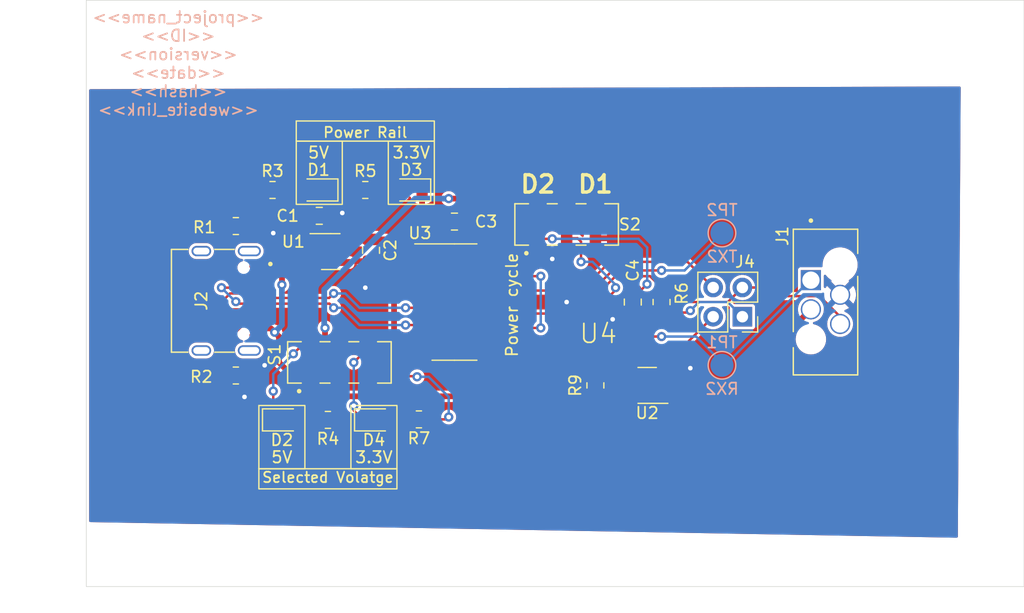
<source format=kicad_pcb>
(kicad_pcb (version 20211014) (generator pcbnew)
  (title_block (title "<<ID>>_<<project_name>>") (date "<<date>>") (rev "<<version>>") (comment 4 "<<hash>>"))
  (layers (0 "F.Cu" signal) (31 "B.Cu" signal) (34 "B.Paste" user) (35 "F.Paste" user) (36 "B.SilkS" user "B.Silkscreen") (37 "F.SilkS" user "F.Silkscreen") (38 "B.Mask" user) (39 "F.Mask" user) (44 "Edge.Cuts" user))
  (net 0 "")
  (net 3 "+3V3")
  (net 13 "VCC")
  (net 14 "TX")
  (net 15 "RX")
  (net 19 "Net-(D1-Pad2)")
  (net 20 "VDD")
  (net 21 "Net-(D2-Pad2)")
  (net 22 "Net-(D3-Pad2)")
  (net 23 "GND")
  (net 24 "VBUS")
  (net 25 "Net-(J2-PadA5)")
  (net 26 "D+")
  (net 27 "D-")
  (net 28 "Net-(J2-PadB5)")
  (net 29 "RX1")
  (net 30 "TX2")
  (net 31 "RX2")
  (net 32 "Net-(R9-Pad1)")
  (net 33 "Switch")
  (net 34 "TX1")
  (net 35 "Net-(D2-Pad1)")
  (net 36 "Net-(D4-Pad1)")
  (net 37 "Net-(D4-Pad2)")
  (footprint "Resistor_SMD:R_0805_2012Metric" (layer "F.Cu") (at 137.91 104.955 180)
    (fp_text reference "R7" (at 0 -1.65) (layer "F.SilkS"))
    (fp_text value "330")
    (fp_line (start -0.227064 0.735) (end 0.227064 0.735) (layer "F.SilkS") (width 0.12))
    (fp_line (start -0.227064 -0.735) (end 0.227064 -0.735) (layer "F.SilkS") (width 0.12))
    (pad "1" smd roundrect (at -0.9125 0 180) (size 1.025 1.4) (layers "F.Cu" "F.Paste" "F.Mask") (roundrect_rratio 0.243902) (net 3 "+3V3"))
    (pad "2" smd roundrect (at 0.9125 0 180) (size 1.025 1.4) (layers "F.Cu" "F.Paste" "F.Mask") (roundrect_rratio 0.243902) (net 37 "Net-(D4-Pad2)"))
  )
  (footprint "Capacitor_SMD:C_0805_2012Metric" (layer "F.Cu") (at 129.25 87.25)
    (fp_text reference "C1" (at -2.75 0) (layer "F.SilkS"))
    (fp_text value "1uF")
    (fp_line (start -0.261252 -0.735) (end 0.261252 -0.735) (layer "F.SilkS") (width 0.12))
    (fp_line (start -0.261252 0.735) (end 0.261252 0.735) (layer "F.SilkS") (width 0.12))
    (pad "1" smd roundrect (at -0.95 0) (size 1 1.45) (layers "F.Cu" "F.Paste" "F.Mask") (net 24 "VBUS"))
    (pad "2" smd roundrect (at 0.95 0) (size 1 1.45) (layers "F.Cu" "F.Paste" "F.Mask") (net 23 "GND"))
  )
  (footprint "Package_TO_SOT_SMD:SOT-23-5" (layer "F.Cu") (at 130.25 90.36)
    (fp_text reference "U1" (at -3.25 -0.86) (layer "F.SilkS"))
    (fp_text value "AP2112K-3.3")
    (fp_line (start 0 1.56) (end -0.8 1.56) (layer "F.SilkS") (width 0.12))
    (fp_line (start 0 1.56) (end 0.8 1.56) (layer "F.SilkS") (width 0.12))
    (fp_line (start 0 -1.56) (end 0.8 -1.56) (layer "F.SilkS") (width 0.12))
    (fp_line (start 0 -1.56) (end -1.8 -1.56) (layer "F.SilkS") (width 0.12))
    (pad "1" smd roundrect (at -1.1375 -0.95) (size 1.325 0.6) (layers "F.Cu" "F.Paste" "F.Mask") (net 24 "VBUS"))
    (pad "2" smd roundrect (at -1.1375 0) (size 1.325 0.6) (layers "F.Cu" "F.Paste" "F.Mask") (net 23 "GND"))
    (pad "3" smd roundrect (at -1.1375 0.95) (size 1.325 0.6) (layers "F.Cu" "F.Paste" "F.Mask") (net 24 "VBUS"))
    (pad "4" smd roundrect (at 1.1375 0.95) (size 1.325 0.6) (layers "F.Cu" "F.Paste" "F.Mask"))
    (pad "5" smd roundrect (at 1.1375 -0.95) (size 1.325 0.6) (layers "F.Cu" "F.Paste" "F.Mask") (net 3 "+3V3"))
  )
  (footprint "Connector_PinHeader_2.54mm:PinHeader_2x02_P2.54mm_Vertical" (layer "F.Cu") (at 166.025 96.025 180)
    (fp_text reference "J4" (at -0.225 4.775) (layer "F.SilkS"))
    (fp_text value "Conn_02x02_Counter_Clockwise")
    (fp_line (start 1.27 -1.33) (end 3.87 -1.33) (layer "F.SilkS") (width 0.12))
    (fp_line (start -1.33 0) (end -1.33 -1.33) (layer "F.SilkS") (width 0.12))
    (fp_line (start -1.33 -1.33) (end 0 -1.33) (layer "F.SilkS") (width 0.12))
    (fp_line (start -1.33 1.27) (end -1.33 3.87) (layer "F.SilkS") (width 0.12))
    (fp_line (start -1.33 3.87) (end 3.87 3.87) (layer "F.SilkS") (width 0.12))
    (fp_line (start -1.33 1.27) (end 1.27 1.27) (layer "F.SilkS") (width 0.12))
    (fp_line (start 1.27 1.27) (end 1.27 -1.33) (layer "F.SilkS") (width 0.12))
    (fp_line (start 3.87 -1.33) (end 3.87 3.87) (layer "F.SilkS") (width 0.12))
    (pad "1" thru_hole rect (at 0 0 180) (size 1.7 1.7) (drill 1) (layers *.Cu *.Mask) (net 29 "RX1"))
    (pad "2" thru_hole oval (at 2.54 0 180) (size 1.7 1.7) (drill 1) (layers *.Cu *.Mask) (net 15 "RX"))
    (pad "3" thru_hole oval (at 0 2.54 180) (size 1.7 1.7) (drill 1) (layers *.Cu *.Mask) (net 34 "TX1"))
    (pad "4" thru_hole oval (at 2.54 2.54 180) (size 1.7 1.7) (drill 1) (layers *.Cu *.Mask) (net 14 "TX"))
  )
  (footprint "LED_SMD:LED_0805_2012Metric" (layer "F.Cu") (at 134 105)
    (fp_text reference "D4" (at 0 1.75) (layer "F.SilkS"))
    (fp_text value "3.3V" (at 0 3.25) (layer "F.SilkS"))
    (fp_line (start 1 -0.96) (end -1.685 -0.96) (layer "F.SilkS") (width 0.12))
    (fp_line (start -1.685 -0.96) (end -1.685 0.96) (layer "F.SilkS") (width 0.12))
    (fp_line (start -1.685 0.96) (end 1 0.96) (layer "F.SilkS") (width 0.12))
    (pad "1" smd roundrect (at -0.9375 0) (size 0.975 1.4) (layers "F.Cu" "F.Paste" "F.Mask") (net 36 "Net-(D4-Pad1)"))
    (pad "2" smd roundrect (at 0.9375 0) (size 0.975 1.4) (layers "F.Cu" "F.Paste" "F.Mask") (net 37 "Net-(D4-Pad2)"))
  )
  (footprint "Snapeda:490107670412_WURTH_490107670412" (layer "F.Cu") (at 173.25 94.75 90)
    (fp_text reference "J1" (at 5.75 -3.75 90) (layer "F.SilkS"))
    (fp_text value "490107670412")
    (fp_line (start 2.23 2.8) (end -6.335 2.8) (layer "F.SilkS") (width 0.127))
    (fp_line (start -2.57 -2.8) (end 6.335 -2.8) (layer "F.SilkS") (width 0.127))
    (fp_line (start 6.335 -2.8) (end 6.335 2.8) (layer "F.SilkS") (width 0.127))
    (fp_line (start 6.335 2.8) (end 4.23 2.8) (layer "F.SilkS") (width 0.127))
    (fp_line (start -6.335 -2.8) (end -3.97 -2.8) (layer "F.SilkS") (width 0.127))
    (fp_line (start -6.335 2.8) (end -6.335 -2.8) (layer "F.SilkS") (width 0.127))
    (fp_circle (center 7.085 -1.27) (end 7.185 -1.27) (layer "F.SilkS") (width 0.2) (fill none))
    (pad "" np_thru_hole circle (at 3.235 1.27 90) (size 2.55 2.55) (drill 2.55) (layers *.Cu *.Mask))
    (pad "" np_thru_hole circle (at -3.235 -1.27 90) (size 2.15 2.15) (drill 2.15) (layers *.Cu *.Mask))
    (pad "1" thru_hole rect (at 1.905 -1.27 90) (size 1.75 1.75) (drill 1.5) (layers *.Cu *.Mask) (net 31 "RX2"))
    (pad "2" thru_hole circle (at 0.635 1.27 90) (size 1.75 1.75) (drill 1.5) (layers *.Cu *.Mask) (net 23 "GND"))
    (pad "3" thru_hole circle (at -0.635 -1.27 90) (size 1.75 1.75) (drill 1.5) (layers *.Cu *.Mask) (net 13 "VCC"))
    (pad "4" thru_hole circle (at -1.905 1.27 90) (size 1.75 1.75) (drill 1.5) (layers *.Cu *.Mask) (net 34 "TX1"))
  )
  (footprint "Resistor_SMD:R_0805_2012Metric" (layer "F.Cu") (at 133.25 85)
    (fp_text reference "R5" (at 0 -1.65) (layer "F.SilkS"))
    (fp_text value "330")
    (fp_line (start -0.227064 0.735) (end 0.227064 0.735) (layer "F.SilkS") (width 0.12))
    (fp_line (start -0.227064 -0.735) (end 0.227064 -0.735) (layer "F.SilkS") (width 0.12))
    (pad "1" smd roundrect (at -0.9125 0) (size 1.025 1.4) (layers "F.Cu" "F.Paste" "F.Mask") (roundrect_rratio 0.243902) (net 3 "+3V3"))
    (pad "2" smd roundrect (at 0.9125 0) (size 1.025 1.4) (layers "F.Cu" "F.Paste" "F.Mask") (roundrect_rratio 0.243902) (net 22 "Net-(D3-Pad2)"))
  )
  (footprint "Capacitor_SMD:C_0805_2012Metric" (layer "F.Cu") (at 133.75 90.25 -90)
    (fp_text reference "C2" (at 0 -1.68 90) (layer "F.SilkS"))
    (fp_text value "1uF")
    (fp_line (start -0.261252 0.735) (end 0.261252 0.735) (layer "F.SilkS") (width 0.12))
    (fp_line (start -0.261252 -0.735) (end 0.261252 -0.735) (layer "F.SilkS") (width 0.12))
    (pad "1" smd roundrect (at -0.95 0 270) (size 1 1.45) (layers "F.Cu" "F.Paste" "F.Mask") (net 3 "+3V3"))
    (pad "2" smd roundrect (at 0.95 0 270) (size 1 1.45) (layers "F.Cu" "F.Paste" "F.Mask") (net 23 "GND"))
  )
  (footprint "Snapeda:SW_JS202011JCQN" (layer "F.Cu") (at 150.75 88 90)
    (fp_text reference "S2" (at 0 5.5 180) (layer "F.SilkS"))
    (fp_text value "JS202011JCQN")
    (fp_line (start 1.8 -1.68) (end 1.8 -0.82) (layer "F.SilkS") (width 0.127))
    (fp_line (start 1.8 0.82) (end 1.8 1.68) (layer "F.SilkS") (width 0.127))
    (fp_line (start -1.8 -4.5) (end 1.8 -4.5) (layer "F.SilkS") (width 0.127))
    (fp_line (start -1.8 4.5) (end -1.8 3.32) (layer "F.SilkS") (width 0.127))
    (fp_line (start -1.8 -3.32) (end -1.8 -4.5) (layer "F.SilkS") (width 0.127))
    (fp_line (start -1.8 -0.82) (end -1.8 -1.68) (layer "F.SilkS") (width 0.127))
    (fp_line (start 1.8 3.32) (end 1.8 4.5) (layer "F.SilkS") (width 0.127))
    (fp_line (start -1.8 1.68) (end -1.8 0.82) (layer "F.SilkS") (width 0.127))
    (fp_line (start 1.8 4.5) (end -1.8 4.5) (layer "F.SilkS") (width 0.127))
    (fp_line (start 1.8 -4.5) (end 1.8 -3.32) (layer "F.SilkS") (width 0.127))
    (fp_circle (center -2.5 -3.5) (end -2.4 -3.5) (layer "F.SilkS") (width 0.2) (fill none))
    (pad "1" smd rect (at -1.2 -2.5 90) (size 1.6 1) (layers "F.Cu" "F.Paste" "F.Mask") (net 3 "+3V3"))
    (pad "2" smd rect (at -1.2 0 90) (size 1.6 1) (layers "F.Cu" "F.Paste" "F.Mask") (net 33 "Switch"))
    (pad "3" smd rect (at -1.2 2.5 90) (size 1.6 1) (layers "F.Cu" "F.Paste" "F.Mask") (net 23 "GND"))
    (pad "5" smd rect (at 1.2 -2.5 90) (size 1.6 1) (layers "F.Cu" "F.Paste" "F.Mask"))
    (pad "6" smd rect (at 1.2 0 90) (size 1.6 1) (layers "F.Cu" "F.Paste" "F.Mask"))
    (pad "7" smd rect (at 1.2 2.5 90) (size 1.6 1) (layers "F.Cu" "F.Paste" "F.Mask"))
  )
  (footprint "Resistor_SMD:R_0805_2012Metric" (layer "F.Cu") (at 122 101.14)
    (fp_text reference "R2" (at -3 0.11) (layer "F.SilkS"))
    (fp_text value "5.1k")
    (fp_line (start -0.227064 -0.735) (end 0.227064 -0.735) (layer "F.SilkS") (width 0.12))
    (fp_line (start -0.227064 0.735) (end 0.227064 0.735) (layer "F.SilkS") (width 0.12))
    (pad "1" smd roundrect (at -0.9125 0) (size 1.025 1.4) (layers "F.Cu" "F.Paste" "F.Mask") (roundrect_rratio 0.243902) (net 28 "Net-(J2-PadB5)"))
    (pad "2" smd roundrect (at 0.9125 0) (size 1.025 1.4) (layers "F.Cu" "F.Paste" "F.Mask") (roundrect_rratio 0.243902) (net 23 "GND"))
  )
  (footprint "Snapeda:TYPE-C-31-M-12_HRO_TYPE-C-31-M-12" (layer "F.Cu") (at 119 94.64 -90)
    (fp_text reference "J2" (at 0 0 90) (layer "F.SilkS"))
    (fp_text value "TYPE-C-31-M-12")
    (fp_line (start -4.47 2.6) (end -4.47 1.17) (layer "F.SilkS") (width 0.127))
    (fp_line (start -4.47 2.6) (end 4.47 2.6) (layer "F.SilkS") (width 0.127))
    (fp_line (start -4.47 -2.85) (end -4.47 -1.17) (layer "F.SilkS") (width 0.127))
    (fp_line (start 4.47 2.6) (end 4.47 1.17) (layer "F.SilkS") (width 0.127))
    (fp_line (start 4.47 -2.85) (end 4.47 -1.17) (layer "F.SilkS") (width 0.127))
    (fp_circle (center -3.2 -6) (end -3.1 -6) (layer "F.SilkS") (width 0.2) (fill none))
    (pad "" np_thru_hole circle (at 2.89 -3.68 270) (size 0.6 0.6) (drill 0.6) (layers *.Cu *.Mask))
    (pad "" np_thru_hole circle (at -2.89 -3.68 270) (size 0.6 0.6) (drill 0.6) (layers *.Cu *.Mask))
    (pad "A1_B12" smd rect (at -3.2 -4.75 270) (size 0.6 1.14) (layers "F.Cu" "F.Paste") (net 23 "GND"))
    (pad "A4_B9" smd rect (at -2.4 -4.75 270) (size 0.6 1.14) (layers "F.Cu" "F.Paste") (net 24 "VBUS"))
    (pad "A5" smd rect (at -1.25 -4.75 270) (size 0.3 1.14) (layers "F.Cu" "F.Paste") (net 25 "Net-(J2-PadA5)"))
    (pad "A6" smd rect (at -0.25 -4.75 270) (size 0.3 1.14) (layers "F.Cu" "F.Paste") (net 26 "D+"))
    (pad "A7" smd rect (at 0.25 -4.75 270) (size 0.3 1.14) (layers "F.Cu" "F.Paste") (net 27 "D-"))
    (pad "A8" smd rect (at 1.25 -4.75 270) (size 0.3 1.14) (layers "F.Cu" "F.Paste"))
    (pad "B1_A12" smd rect (at 3.2 -4.75 270) (size 0.6 1.14) (layers "F.Cu" "F.Paste") (net 23 "GND"))
    (pad "B4_A9" smd rect (at 2.4 -4.75 270) (size 0.6 1.14) (layers "F.Cu" "F.Paste") (net 24 "VBUS"))
    (pad "B5" smd rect (at 1.75 -4.75 270) (size 0.3 1.14) (layers "F.Cu" "F.Paste") (net 28 "Net-(J2-PadB5)"))
    (pad "B6" smd rect (at 0.75 -4.75 270) (size 0.3 1.14) (layers "F.Cu" "F.Paste") (net 26 "D+"))
    (pad "B7" smd rect (at -0.75 -4.75 270) (size 0.3 1.14) (layers "F.Cu" "F.Paste") (net 27 "D-"))
    (pad "B8" smd rect (at -1.75 -4.75 270) (size 0.3 1.14) (layers "F.Cu" "F.Paste"))
    (pad "S1" thru_hole oval (at -4.325 -4.17 270) (size 0.9 2) (drill oval 0.6 1.7) (layers *.Cu *.Mask))
    (pad "S2" thru_hole oval (at 4.325 -4.17 270) (size 0.9 2) (drill oval 0.6 1.7) (layers *.Cu *.Mask))
    (pad "S3" thru_hole oval (at -4.325 0 270) (size 0.9 1.7) (drill oval 0.6 1.4) (layers *.Cu *.Mask))
    (pad "S4" thru_hole oval (at 4.325 0 270) (size 0.9 1.7) (drill oval 0.6 1.4) (layers *.Cu *.Mask))
  )
  (footprint "Button_Switch_SMD_custom:RKB2" (layer "F.Cu") (at 148.5 94.75 90)
    (fp_text reference "SW3" hide)
    (fp_text value "Power cycle" (at -0.25 -2.5 90 unlocked) (layer "F.SilkS"))
    (pad "1" smd rect (at 2.25 -1.075 90) (size 1 0.7) (layers "F.Cu" "F.Paste" "F.Mask") (net 32 "Net-(R9-Pad1)"))
    (pad "1" smd rect (at -2.25 -1.075 90) (size 1 0.7) (layers "F.Cu" "F.Paste" "F.Mask") (net 32 "Net-(R9-Pad1)"))
    (pad "2" smd rect (at -2.25 1.075 90) (size 1 0.7) (layers "F.Cu" "F.Paste" "F.Mask") (net 23 "GND"))
    (pad "2" smd rect (at 2.25 1.075 90) (size 1 0.7) (layers "F.Cu" "F.Paste" "F.Mask") (net 23 "GND"))
  )
  (footprint "Capacitor_SMD:C_0805_2012Metric" (layer "F.Cu") (at 156.5 94.75 -90)
    (fp_text reference "C4" (at -2.75 0 90) (layer "F.SilkS"))
    (fp_text value "0.1uF")
    (fp_line (start -0.261252 0.735) (end 0.261252 0.735) (layer "F.SilkS") (width 0.12))
    (fp_line (start -0.261252 -0.735) (end 0.261252 -0.735) (layer "F.SilkS") (width 0.12))
    (pad "1" smd roundrect (at -0.95 0 270) (size 1 1.45) (layers "F.Cu" "F.Paste" "F.Mask") (net 3 "+3V3"))
    (pad "2" smd roundrect (at 0.95 0 270) (size 1 1.45) (layers "F.Cu" "F.Paste" "F.Mask") (net 23 "GND"))
  )
  (footprint "Package_SO:SOIC-16_3.9x9.9mm_P1.27mm" (layer "F.Cu") (at 141 94.75)
    (fp_text reference "U3" (at -3 -6) (layer "F.SilkS"))
    (fp_text value "CH340C")
    (fp_line (start 0 5.06) (end 1.95 5.06) (layer "F.SilkS") (width 0.12))
    (fp_line (start 0 -5.06) (end -3.45 -5.06) (layer "F.SilkS") (width 0.12))
    (fp_line (start 0 5.06) (end -1.95 5.06) (layer "F.SilkS") (width 0.12))
    (fp_line (start 0 -5.06) (end 1.95 -5.06) (layer "F.SilkS") (width 0.12))
    (pad "1" smd roundrect (at -2.475 -4.445) (size 1.95 0.6) (layers "F.Cu" "F.Paste" "F.Mask") (net 23 "GND"))
    (pad "2" smd roundrect (at -2.475 -3.175) (size 1.95 0.6) (layers "F.Cu" "F.Paste" "F.Mask") (net 14 "TX"))
    (pad "3" smd roundrect (at -2.475 -1.905) (size 1.95 0.6) (layers "F.Cu" "F.Paste" "F.Mask") (net 15 "RX"))
    (pad "4" smd roundrect (at -2.475 -0.635) (size 1.95 0.6) (layers "F.Cu" "F.Paste" "F.Mask") (net 3 "+3V3"))
    (pad "5" smd roundrect (at -2.475 0.635) (size 1.95 0.6) (layers "F.Cu" "F.Paste" "F.Mask") (net 26 "D+"))
    (pad "6" smd roundrect (at -2.475 1.905) (size 1.95 0.6) (layers "F.Cu" "F.Paste" "F.Mask") (net 27 "D-"))
    (pad "7" smd roundrect (at -2.475 3.175) (size 1.95 0.6) (layers "F.Cu" "F.Paste" "F.Mask"))
    (pad "8" smd roundrect (at -2.475 4.445) (size 1.95 0.6) (layers "F.Cu" "F.Paste" "F.Mask"))
    (pad "9" smd roundrect (at 2.475 4.445) (size 1.95 0.6) (layers "F.Cu" "F.Paste" "F.Mask"))
    (pad "10" smd roundrect (at 2.475 3.175) (size 1.95 0.6) (layers "F.Cu" "F.Paste" "F.Mask"))
    (pad "11" smd roundrect (at 2.475 1.905) (size 1.95 0.6) (layers "F.Cu" "F.Paste" "F.Mask"))
    (pad "12" smd roundrect (at 2.475 0.635) (size 1.95 0.6) (layers "F.Cu" "F.Paste" "F.Mask"))
    (pad "13" smd roundrect (at 2.475 -0.635) (size 1.95 0.6) (layers "F.Cu" "F.Paste" "F.Mask"))
    (pad "14" smd roundrect (at 2.475 -1.905) (size 1.95 0.6) (layers "F.Cu" "F.Paste" "F.Mask"))
    (pad "15" smd roundrect (at 2.475 -3.175) (size 1.95 0.6) (layers "F.Cu" "F.Paste" "F.Mask"))
    (pad "16" smd roundrect (at 2.475 -4.445) (size 1.95 0.6) (layers "F.Cu" "F.Paste" "F.Mask") (net 20 "VDD"))
  )
  (footprint "Resistor_SMD:R_0805_2012Metric" (layer "F.Cu") (at 125.1875 85)
    (fp_text reference "R3" (at 0 -1.65) (layer "F.SilkS"))
    (fp_text value "330")
    (fp_line (start -0.227064 -0.735) (end 0.227064 -0.735) (layer "F.SilkS") (width 0.12))
    (fp_line (start -0.227064 0.735) (end 0.227064 0.735) (layer "F.SilkS") (width 0.12))
    (pad "1" smd roundrect (at -0.9125 0) (size 1.025 1.4) (layers "F.Cu" "F.Paste" "F.Mask") (roundrect_rratio 0.243902) (net 24 "VBUS"))
    (pad "2" smd roundrect (at 0.9125 0) (size 1.025 1.4) (layers "F.Cu" "F.Paste" "F.Mask") (roundrect_rratio 0.243902) (net 19 "Net-(D1-Pad2)"))
  )
  (footprint "LED_SMD:LED_0805_2012Metric" (layer "F.Cu") (at 129.1875 85 180)
    (fp_text reference "D1" (at 0 1.75) (layer "F.SilkS"))
    (fp_text value "5V" (at 0 3.25) (layer "F.SilkS"))
    (fp_line (start 1 -0.96) (end -1.685 -0.96) (layer "F.SilkS") (width 0.12))
    (fp_line (start -1.685 0.96) (end 1 0.96) (layer "F.SilkS") (width 0.12))
    (fp_line (start -1.685 -0.96) (end -1.685 0.96) (layer "F.SilkS") (width 0.12))
    (pad "1" smd roundrect (at -0.9375 0 180) (size 0.975 1.4) (layers "F.Cu" "F.Paste" "F.Mask") (net 23 "GND"))
    (pad "2" smd roundrect (at 0.9375 0 180) (size 0.975 1.4) (layers "F.Cu" "F.Paste" "F.Mask") (net 19 "Net-(D1-Pad2)"))
  )
  (footprint "Resistor_SMD:R_0805_2012Metric" (layer "F.Cu") (at 159 94.75 90)
    (fp_text reference "R6" (at 0.75 1.75 90) (layer "F.SilkS"))
    (fp_text value "1k")
    (fp_line (start -0.227064 0.735) (end 0.227064 0.735) (layer "F.SilkS") (width 0.12))
    (fp_line (start -0.227064 -0.735) (end 0.227064 -0.735) (layer "F.SilkS") (width 0.12))
    (pad "1" smd roundrect (at -0.9125 0 90) (size 1.025 1.4) (layers "F.Cu" "F.Paste" "F.Mask") (roundrect_rratio 0.243902) (net 29 "RX1"))
    (pad "2" smd roundrect (at 0.9125 0 90) (size 1.025 1.4) (layers "F.Cu" "F.Paste" "F.Mask") (roundrect_rratio 0.243902) (net 34 "TX1"))
  )
  (footprint "Package_TO_SOT_SMD:SOT-23-5" (layer "F.Cu") (at 157.75 102 180)
    (fp_text reference "U2" (at 0 -2.4) (layer "F.SilkS"))
    (fp_text value "TCK107AF,LF")
    (fp_line (start 0 -1.56) (end -1.8 -1.56) (layer "F.SilkS") (width 0.12))
    (fp_line (start 0 1.56) (end 0.8 1.56) (layer "F.SilkS") (width 0.12))
    (fp_line (start 0 1.56) (end -0.8 1.56) (layer "F.SilkS") (width 0.12))
    (fp_line (start 0 -1.56) (end 0.8 -1.56) (layer "F.SilkS") (width 0.12))
    (pad "1" smd roundrect (at -1.1375 -0.95 180) (size 1.325 0.6) (layers "F.Cu" "F.Paste" "F.Mask") (net 13 "VCC"))
    (pad "2" smd roundrect (at -1.1375 0 180) (size 1.325 0.6) (layers "F.Cu" "F.Paste" "F.Mask") (net 23 "GND"))
    (pad "3" smd roundrect (at -1.1375 0.95 180) (size 1.325 0.6) (layers "F.Cu" "F.Paste" "F.Mask") (net 32 "Net-(R9-Pad1)"))
    (pad "4" smd roundrect (at 1.1375 0.95 180) (size 1.325 0.6) (layers "F.Cu" "F.Paste" "F.Mask"))
    (pad "5" smd roundrect (at 1.1375 -0.95 180) (size 1.325 0.6) (layers "F.Cu" "F.Paste" "F.Mask") (net 20 "VDD"))
  )
  (footprint "Capacitor_SMD:C_0805_2012Metric" (layer "F.Cu") (at 141 87.75 180)
    (fp_text reference "C3" (at -2.75 0) (layer "F.SilkS"))
    (fp_text value "0.1uF")
    (fp_line (start -0.261252 -0.735) (end 0.261252 -0.735) (layer "F.SilkS") (width 0.12))
    (fp_line (start -0.261252 0.735) (end 0.261252 0.735) (layer "F.SilkS") (width 0.12))
    (pad "1" smd roundrect (at -0.95 0 180) (size 1 1.45) (layers "F.Cu" "F.Paste" "F.Mask") (net 20 "VDD"))
    (pad "2" smd roundrect (at 0.95 0 180) (size 1 1.45) (layers "F.Cu" "F.Paste" "F.Mask") (net 23 "GND"))
  )
  (footprint "Resistor_SMD:R_0805_2012Metric" (layer "F.Cu") (at 130 105 180)
    (fp_text reference "R4" (at 0 -1.65) (layer "F.SilkS"))
    (fp_text value "330")
    (fp_line (start -0.227064 -0.735) (end 0.227064 -0.735) (layer "F.SilkS") (width 0.12))
    (fp_line (start -0.227064 0.735) (end 0.227064 0.735) (layer "F.SilkS") (width 0.12))
    (pad "1" smd roundrect (at -0.9125 0 180) (size 1.025 1.4) (layers "F.Cu" "F.Paste" "F.Mask") (roundrect_rratio 0.243902) (net 24 "VBUS"))
    (pad "2" smd roundrect (at 0.9125 0 180) (size 1.025 1.4) (layers "F.Cu" "F.Paste" "F.Mask") (roundrect_rratio 0.243902) (net 21 "Net-(D2-Pad2)"))
  )
  (footprint "Resistor_SMD:R_0805_2012Metric" (layer "F.Cu") (at 153.25 102 -90)
    (fp_text reference "R9" (at 0 1.75 90) (layer "F.SilkS"))
    (fp_text value "5.1k")
    (fp_line (start -0.227064 0.735) (end 0.227064 0.735) (layer "F.SilkS") (width 0.12))
    (fp_line (start -0.227064 -0.735) (end 0.227064 -0.735) (layer "F.SilkS") (width 0.12))
    (pad "1" smd roundrect (at -0.9125 0 270) (size 1.025 1.4) (layers "F.Cu" "F.Paste" "F.Mask") (roundrect_rratio 0.243902) (net 32 "Net-(R9-Pad1)"))
    (pad "2" smd roundrect (at 0.9125 0 270) (size 1.025 1.4) (layers "F.Cu" "F.Paste" "F.Mask") (roundrect_rratio 0.243902) (net 20 "VDD"))
  )
  (footprint "Snapeda:TS3USB30RSWR_QFN40P140X180X55-10N" (layer "F.Cu") (at 153.5 94.75 -90)
    (fp_text reference "U4" (at 2.75 0 180) (layer "F.SilkS") (effects (font (size 1.646055 1.646055))))
    (fp_text value "TS3USB30RSWR")
    (pad "1" smd rect (at -0.6604 -0.2032 180) (size 0.254 0.762) (layers "F.Cu" "F.Paste" "F.Mask") (net 34 "TX1"))
    (pad "2" smd rect (at -0.6604 0.2032 180) (size 0.254 0.762) (layers "F.Cu" "F.Paste" "F.Mask") (net 30 "TX2"))
    (pad "3" smd rect (at -0.4064 0.8636 90) (size 0.254 0.762) (layers "F.Cu" "F.Paste" "F.Mask") (net 14 "TX"))
    (pad "4" smd rect (at 0 0.8636 90) (size 0.254 0.762) (layers "F.Cu" "F.Paste" "F.Mask") (net 23 "GND"))
    (pad "5" smd rect (at 0.4064 0.8636 90) (size 0.254 0.762) (layers "F.Cu" "F.Paste" "F.Mask") (net 15 "RX"))
    (pad "6" smd rect (at 0.6604 0.2032 180) (size 0.254 0.762) (layers "F.Cu" "F.Paste" "F.Mask") (net 31 "RX2"))
    (pad "7" smd rect (at 0.6604 -0.2032 180) (size 0.254 0.762) (layers "F.Cu" "F.Paste" "F.Mask") (net 29 "RX1"))
    (pad "8" smd rect (at 0.4064 -0.8636 90) (size 0.254 0.762) (layers "F.Cu" "F.Paste" "F.Mask") (net 23 "GND"))
    (pad "9" smd rect (at 0 -0.8636 90) (size 0.254 0.762) (layers "F.Cu" "F.Paste" "F.Mask") (net 3 "+3V3"))
    (pad "10" smd rect (at -0.4064 -0.8636 90) (size 0.254 0.762) (layers "F.Cu" "F.Paste" "F.Mask") (net 33 "Switch"))
  )
  (footprint "LED_SMD:LED_0805_2012Metric" (layer "F.Cu") (at 126 105)
    (fp_text reference "D2" (at 0 1.75) (layer "F.SilkS"))
    (fp_text value "5V" (at 0 3.25) (layer "F.SilkS"))
    (fp_line (start -1.685 -0.96) (end -1.685 0.96) (layer "F.SilkS") (width 0.12))
    (fp_line (start -1.685 0.96) (end 1 0.96) (layer "F.SilkS") (width 0.12))
    (fp_line (start 1 -0.96) (end -1.685 -0.96) (layer "F.SilkS") (width 0.12))
    (pad "1" smd roundrect (at -0.9375 0) (size 0.975 1.4) (layers "F.Cu" "F.Paste" "F.Mask") (net 35 "Net-(D2-Pad1)"))
    (pad "2" smd roundrect (at 0.9375 0) (size 0.975 1.4) (layers "F.Cu" "F.Paste" "F.Mask") (net 21 "Net-(D2-Pad2)"))
  )
  (footprint "LED_SMD:LED_0805_2012Metric" (layer "F.Cu") (at 137.25 85 180)
    (fp_text reference "D3" (at 0 1.75) (layer "F.SilkS"))
    (fp_text value "3.3V" (at 0 3.25) (layer "F.SilkS"))
    (fp_line (start 1 -0.96) (end -1.685 -0.96) (layer "F.SilkS") (width 0.12))
    (fp_line (start -1.685 -0.96) (end -1.685 0.96) (layer "F.SilkS") (width 0.12))
    (fp_line (start -1.685 0.96) (end 1 0.96) (layer "F.SilkS") (width 0.12))
    (pad "1" smd roundrect (at -0.9375 0 180) (size 0.975 1.4) (layers "F.Cu" "F.Paste" "F.Mask") (net 23 "GND"))
    (pad "2" smd roundrect (at 0.9375 0 180) (size 0.975 1.4) (layers "F.Cu" "F.Paste" "F.Mask") (net 22 "Net-(D3-Pad2)"))
  )
  (footprint "Resistor_SMD:R_0805_2012Metric" (layer "F.Cu") (at 122 88.14 180)
    (fp_text reference "R1" (at 2.75 -0.11) (layer "F.SilkS"))
    (fp_text value "5.1k")
    (fp_line (start -0.227064 -0.735) (end 0.227064 -0.735) (layer "F.SilkS") (width 0.12))
    (fp_line (start -0.227064 0.735) (end 0.227064 0.735) (layer "F.SilkS") (width 0.12))
    (pad "1" smd roundrect (at -0.9125 0 180) (size 1.025 1.4) (layers "F.Cu" "F.Paste" "F.Mask") (roundrect_rratio 0.243902) (net 23 "GND"))
    (pad "2" smd roundrect (at 0.9125 0 180) (size 1.025 1.4) (layers "F.Cu" "F.Paste" "F.Mask") (roundrect_rratio 0.243902) (net 25 "Net-(J2-PadA5)"))
  )
  (footprint "Snapeda:SW_JS202011JCQN" (layer "F.Cu") (at 131 100 90)
    (fp_text reference "S1" (at 0.675 -5.635 90) (layer "F.SilkS"))
    (fp_text value "JS202011JCQN")
    (fp_line (start -1.8 1.68) (end -1.8 0.82) (layer "F.SilkS") (width 0.127))
    (fp_line (start 1.8 -1.68) (end 1.8 -0.82) (layer "F.SilkS") (width 0.127))
    (fp_line (start 1.8 3.32) (end 1.8 4.5) (layer "F.SilkS") (width 0.127))
    (fp_line (start -1.8 -3.32) (end -1.8 -4.5) (layer "F.SilkS") (width 0.127))
    (fp_line (start 1.8 -4.5) (end 1.8 -3.32) (layer "F.SilkS") (width 0.127))
    (fp_line (start 1.8 4.5) (end -1.8 4.5) (layer "F.SilkS") (width 0.127))
    (fp_line (start -1.8 -0.82) (end -1.8 -1.68) (layer "F.SilkS") (width 0.127))
    (fp_line (start 1.8 0.82) (end 1.8 1.68) (layer "F.SilkS") (width 0.127))
    (fp_line (start -1.8 -4.5) (end 1.8 -4.5) (layer "F.SilkS") (width 0.127))
    (fp_line (start -1.8 4.5) (end -1.8 3.32) (layer "F.SilkS") (width 0.127))
    (fp_circle (center -2.5 -3.5) (end -2.4 -3.5) (layer "F.SilkS") (width 0.2) (fill none))
    (pad "1" smd rect (at -1.2 -2.5 90) (size 1.6 1) (layers "F.Cu" "F.Paste" "F.Mask") (net 24 "VBUS"))
    (pad "2" smd rect (at -1.2 0 90) (size 1.6 1) (layers "F.Cu" "F.Paste" "F.Mask") (net 20 "VDD"))
    (pad "3" smd rect (at -1.2 2.5 90) (size 1.6 1) (layers "F.Cu" "F.Paste" "F.Mask") (net 3 "+3V3"))
    (pad "5" smd rect (at 1.2 -2.5 90) (size 1.6 1) (layers "F.Cu" "F.Paste" "F.Mask") (net 35 "Net-(D2-Pad1)"))
    (pad "6" smd rect (at 1.2 0 90) (size 1.6 1) (layers "F.Cu" "F.Paste" "F.Mask") (net 23 "GND"))
    (pad "7" smd rect (at 1.2 2.5 90) (size 1.6 1) (layers "F.Cu" "F.Paste" "F.Mask") (net 36 "Net-(D4-Pad1)"))
  )
  (footprint "TestPoint:TestPoint_Pad_D2.0mm" (layer "B.Cu") (at 164.25 88.75 180)
    (fp_text reference "TP2" (at 0 1.998) (layer "B.SilkS") (effects (justify mirror)))
    (fp_text value "TX2" (at 0 -2.05) (layer "B.SilkS") (effects (justify mirror)))
    (fp_circle (center 0 0) (end 0 -1.2) (layer "B.SilkS") (width 0.12) (fill none))
    (pad "1" smd circle (at 0 0 180) (size 2 2) (layers "B.Cu" "B.Mask") (net 30 "TX2"))
  )
  (footprint "TestPoint:TestPoint_Pad_D2.0mm" (layer "B.Cu") (at 164.25 100.25 180)
    (fp_text reference "TP1" (at 0 1.998) (layer "B.SilkS") (effects (justify mirror)))
    (fp_text value "RX2" (at 0 -2.05) (layer "B.SilkS") (effects (justify mirror)))
    (fp_circle (center 0 0) (end 0 -1.2) (layer "B.SilkS") (width 0.12) (fill none))
    (pad "1" smd circle (at 0 0 180) (size 2 2) (layers "B.Cu" "B.Mask") (net 31 "RX2"))
  )
  (gr_rect (start 135.25 80.75) (end 139.25 86.25) (layer "F.SilkS") (width 0.12) (fill none))
  (gr_rect (start 132 103.75) (end 136 109.25) (layer "F.SilkS") (width 0.12) (fill none))
  (gr_rect (start 124 103.75) (end 128 109.25) (layer "F.SilkS") (width 0.12) (fill none))
  (gr_rect (start 127.25 79) (end 139.25 80.75) (layer "F.SilkS") (width 0.12) (fill none))
  (gr_rect (start 127.25 80.75) (end 131.25 86.25) (layer "F.SilkS") (width 0.12) (fill none))
  (gr_rect (start 124 109.25) (end 136 111) (layer "F.SilkS") (width 0.12) (fill none))
  (gr_rect (start 109 68.5) (end 190.5 119.5) (layer "Edge.Cuts") (width 0.05) (fill none))
  (gr_text "<<project_name>>\n<<ID>>\n<<version>>\n<<date>>\n<<hash>>\n<<website_link>>" (at 117 74) (layer "B.SilkS") (effects (font (size 1 1)) (justify mirror)))
  (gr_text "Power Rail" (at 133.25 80) (layer "F.SilkS") (effects (font (size 0.9 0.9))))
  (gr_text "Selected Volatge" (at 130 110) (layer "F.SilkS") (effects (font (size 0.9 0.9))))
  (gr_text "D2" (at 148.25 84.5) (layer "F.SilkS") (effects (font (size 1.5 1.5) (thickness 0.3))))
  (gr_text "D1" (at 153.25 84.5) (layer "F.SilkS") (effects (font (size 1.5 1.5) (thickness 0.3))))
  (segment (start 131.3875 89.41) (end 133.64 89.41) (width 0.5) (layer "F.Cu") (net 3))
  (segment (start 135.75 91) (end 135.75 93.75) (width 0.5) (layer "F.Cu") (net 3))
  (segment (start 137.75 101.25) (end 137.7 101.2) (width 0.21) (layer "F.Cu") (net 3))
  (segment (start 135.865 94.115) (end 135.75 94) (width 0.21) (layer "F.Cu") (net 3))
  (segment (start 138.525 94.115) (end 135.865 94.115) (width 0.21) (layer "F.Cu") (net 3))
  (segment (start 157.1245 93.8) (end 157.735306 93.189194) (width 0.21) (layer "F.Cu") (net 3))
  (segment (start 148.25 89.2) (end 148.25 90.5) (width 0.21) (layer "F.Cu") (net 3))
  (segment (start 138.8225 104.955) (end 140.295 104.955) (width 0.21) (layer "F.Cu") (net 3))
  (segment (start 155.55 94.75) (end 156.5 93.8) (width 0.21) (layer "F.Cu") (net 3))
  (segment (start 133.5 101.2) (end 134.55 101.2) (width 0.5) (layer "F.Cu") (net 3))
  (segment (start 140.295 104.955) (end 140.5 104.75) (width 0.21) (layer "F.Cu") (net 3))
  (segment (start 154.3636 94.75) (end 155.55 94.75) (width 0.21) (layer "F.Cu") (net 3))
  (segment (start 134.55 101.2) (end 135.75 100) (width 0.5) (layer "F.Cu") (net 3))
  (segment (start 148.3 89.25) (end 148.25 89.2) (width 0.21) (layer "F.Cu") (net 3))
  (segment (start 135.75 100) (end 135.75 94) (width 0.5) (layer "F.Cu") (net 3))
  (segment (start 149.5 89.25) (end 148.3 89.25) (width 0.21) (layer "F.Cu") (net 3))
  (segment (start 131.3875 88.6125) (end 131.3875 89.41) (width 0.5) (layer "F.Cu") (net 3))
  (segment (start 132.3375 87.6625) (end 131.3875 88.6125) (width 0.5) (layer "F.Cu") (net 3))
  (segment (start 133.64 89.41) (end 133.75 89.3) (width 0.5) (layer "F.Cu") (net 3))
  (segment (start 148.25 90.5) (end 147.75 91) (width 0.21) (layer "F.Cu") (net 3))
  (segment (start 135.05 89.3) (end 135.75 90) (width 0.5) (layer "F.Cu") (net 3))
  (segment (start 133.75 89.3) (end 135.05 89.3) (width 0.5) (layer "F.Cu") (net 3))
  (segment (start 147.75 91) (end 135.75 91) (width 0.21) (layer "F.Cu") (net 3))
  (segment (start 156.5 93.8) (end 157.1245 93.8) (width 0.21) (layer "F.Cu") (net 3))
  (segment (start 132.3375 85) (end 132.3375 87.6625) (width 0.5) (layer "F.Cu") (net 3))
  (segment (start 135.75 90) (end 135.75 91) (width 0.5) (layer "F.Cu") (net 3))
  (segment (start 137.7 101.2) (end 133.5 101.2) (width 0.21) (layer "F.Cu") (net 3))
  (segment (start 135.75 94) (end 135.75 93.75) (width 0.5) (layer "F.Cu") (net 3))
  (via (at 137.75 101.25) (size 0.8) (drill 0.4) (layers "F.Cu" "B.Cu") (net 3))
  (via (at 149.5 89.25) (size 0.8) (drill 0.4) (layers "F.Cu" "B.Cu") (net 3))
  (via (at 140.5 104.75) (size 0.8) (drill 0.4) (layers "F.Cu" "B.Cu") (net 3))
  (via (at 157.735306 93.189194) (size 0.8) (drill 0.4) (layers "F.Cu" "B.Cu") (net 3))
  (segment (start 157.735306 93.189194) (end 157.75 93.1745) (width 0.21) (layer "B.Cu") (net 3))
  (segment (start 138.75 101.25) (end 137.75 101.25) (width 0.21) (layer "B.Cu") (net 3))
  (segment (start 140.5 103) (end 138.75 101.25) (width 0.21) (layer "B.Cu") (net 3))
  (segment (start 157.75 93.1745) (end 157.75 90) (width 0.21) (layer "B.Cu") (net 3))
  (segment (start 140.5 104.75) (end 140.5 103) (width 0.21) (layer "B.Cu") (net 3))
  (segment (start 157 89.25) (end 149.5 89.25) (width 0.21) (layer "B.Cu") (net 3))
  (segment (start 157.75 90) (end 157 89.25) (width 0.21) (layer "B.Cu") (net 3))
  (segment (start 169.75 97.615) (end 171.98 95.385) (width 0.5) (layer "F.Cu") (net 13))
  (segment (start 167.8 102.95) (end 169.75 101) (width 0.5) (layer "F.Cu") (net 13))
  (segment (start 158.8875 102.95) (end 167.8 102.95) (width 0.5) (layer "F.Cu") (net 13))
  (segment (start 169.75 101) (end 169.75 97.615) (width 0.5) (layer "F.Cu") (net 13))
  (segment (start 152.0428 93.75) (end 152.6364 94.3436) (width 0.21) (layer "F.Cu") (net 14))
  (segment (start 140.575 91.575) (end 141.25 92.25) (width 0.21) (layer "F.Cu") (net 14))
  (segment (start 138.525 91.575) (end 140.575 91.575) (width 0.21) (layer "F.Cu") (net 14))
  (segment (start 161.25 91.25) (end 163.485 93.485) (width 0.21) (layer "F.Cu") (net 14))
  (segment (start 146.5 93.75) (end 152.0428 93.75) (width 0.21) (layer "F.Cu") (net 14))
  (segment (start 145 92.25) (end 146.5 93.75) (width 0.21) (layer "F.Cu") (net 14))
  (segment (start 152.0428 93.75) (end 152.0428 93.7072) (width 0.21) (layer "F.Cu") (net 14))
  (segment (start 152.0428 93.7072) (end 154.5 91.25) (width 0.21) (layer "F.Cu") (net 14))
  (segment (start 141.25 92.25) (end 145 92.25) (width 0.21) (layer "F.Cu") (net 14))
  (segment (start 154.5 91.25) (end 161.25 91.25) (width 0.21) (layer "F.Cu") (net 14))
  (segment (start 152.0428 95.75) (end 152.0428 95.7928) (width 0.21) (layer "F.Cu") (net 15))
  (segment (start 152.0428 95.7928) (end 155 98.75) (width 0.21) (layer "F.Cu") (net 15))
  (segment (start 160.76 98.75) (end 163.485 96.025) (width 0.21) (layer "F.Cu") (net 15))
  (segment (start 141.81 94.81) (end 144.81 94.81) (width 0.21) (layer "F.Cu") (net 15))
  (segment (start 144.81 94.81) (end 145.75 95.75) (width 0.21) (layer "F.Cu") (net 15))
  (segment (start 145.75 95.75) (end 152.0428 95.75) (width 0.21) (layer "F.Cu") (net 15))
  (segment (start 138.525 92.845) (end 139.845 92.845) (width 0.21) (layer "F.Cu") (net 15))
  (segment (start 152.0428 95.75) (end 152.6364 95.1564) (width 0.21) (layer "F.Cu") (net 15))
  (segment (start 139.845 92.845) (end 141.81 94.81) (width 0.21) (layer "F.Cu") (net 15))
  (segment (start 155 98.75) (end 160.76 98.75) (width 0.21) (layer "F.Cu") (net 15))
  (segment (start 128.25 85) (end 126.1 85) (width 0.21) (layer "F.Cu") (net 19))
  (segment (start 142 87.7) (end 141.95 87.75) (width 0.5) (layer "F.Cu") (net 20))
  (segment (start 131.45 102.95) (end 131.125 102.625) (width 0.5) (layer "F.Cu") (net 20))
  (segment (start 156.6125 102.95) (end 131.45 102.95) (width 0.5) (layer "F.Cu") (net 20))
  (segment (start 129.75 100.5) (end 129.75 97) (width 0.5) (layer "F.Cu") (net 20))
  (segment (start 143.055 90.305) (end 143.475 90.305) (width 0.5) (layer "F.Cu") (net 20))
  (segment (start 142 86.5) (end 142 87.7) (width 0.5) (layer "F.Cu") (net 20))
  (segment (start 131 101.2) (end 131 102.5) (width 0.5) (layer "F.Cu") (net 20))
  (segment (start 131 101.2) (end 130.45 101.2) (width 0.5) (layer "F.Cu") (net 20))
  (segment (start 141.95 87.75) (end 141.95 89.2) (width 0.5) (layer "F.Cu") (net 20))
  (segment (start 130.45 101.2) (end 129.75 100.5) (width 0.5) (layer "F.Cu") (net 20))
  (segment (start 141.95 89.2) (end 143.055 90.305) (width 0.5) (layer "F.Cu") (net 20))
  (segment (start 141.25 85.75) (end 142 86.5) (width 0.5) (layer "F.Cu") (net 20))
  (segment (start 131 102.5) (end 131.125 102.625) (width 0.5) (layer "F.Cu") (net 20))
  (segment (start 140.5 85.75) (end 141.25 85.75) (width 0.5) (layer "F.Cu") (net 20))
  (via (at 140.5 85.75) (size 0.8) (drill 0.4) (layers "F.Cu" "B.Cu") (net 20))
  (via (at 129.75 97) (size 0.8) (drill 0.4) (layers "F.Cu" "B.Cu") (net 20))
  (segment (start 129.68 96.93) (end 129.68 93.660344) (width 0.5) (layer "B.Cu") (net 20))
  (segment (start 129.68 93.660344) (end 137.590344 85.75) (width 0.5) (layer "B.Cu") (net 20))
  (segment (start 129.75 97) (end 129.68 96.93) (width 0.5) (layer "B.Cu") (net 20))
  (segment (start 137.590344 85.75) (end 140.5 85.75) (width 0.5) (layer "B.Cu") (net 20))
  (segment (start 126.9375 105) (end 129.0875 105) (width 0.21) (layer "F.Cu") (net 21))
  (segment (start 134.1625 85) (end 136.3125 85) (width 0.21) (layer "F.Cu") (net 22))
  (segment (start 155.95 96.25) (end 156.5 95.7) (width 0.21) (layer "F.Cu") (net 23))
  (segment (start 131 87.25) (end 131.25 87) (width 0.21) (layer "F.Cu") (net 23))
  (segment (start 122.9125 101.14) (end 122.9125 102.8375) (width 0.5) (layer "F.Cu") (net 23))
  (segment (start 124.75 99) (end 124.75 100) (width 0.21) (layer "F.Cu") (net 23))
  (segment (start 124.64 88.14) (end 125.25 88.75) (width 0.5) (layer "F.Cu") (net 23))
  (segment (start 122.9125 102.8375) (end 122.75 103) (width 0.5) (layer "F.Cu") (net 23))
  (segment (start 154.3636 95.1564) (end 154.3636 95.8636) (width 0.21) (layer "F.Cu") (net 23))
  (segment (start 124.5 98) (end 124.75 98.25) (width 0.21) (layer "F.Cu") (net 23))
  (segment (start 124.34 97.84) (end 124.5 98) (width 0.21) (layer "F.Cu") (net 23))
  (segment (start 154.75 96.25) (end 155.95 96.25) (width 0.21) (layer "F.Cu") (net 23))
  (segment (start 122.9125 88.14) (end 124.64 88.14) (width 0.5) (layer "F.Cu") (net 23))
  (segment (start 152.6364 94.75) (end 150.75 94.75) (width 0.21) (layer "F.Cu") (net 23))
  (segment (start 130.2 87.25) (end 131 87.25) (width 0.21) (layer "F.Cu") (net 23))
  (segment (start 124.75 100) (end 124.5 100.25) (width 0.21) (layer "F.Cu") (net 23))
  (segment (start 124.75 98.25) (end 124.75 99) (width 0.21) (layer "F.Cu") (net 23))
  (segment (start 154.3636 95.8636) (end 154.75 96.25) (width 0.21) (layer "F.Cu") (net 23))
  (segment (start 123.75 97.84) (end 124.34 97.84) (width 0.21) (layer "F.Cu") (net 23))
  (segment (start 130.2 87.61) (end 130.25 87.61) (width 0.5) (layer "F.Cu") (net 23))
  (via (at 124.5 100.25) (size 0.8) (drill 0.4) (layers "F.Cu" "B.Cu") (net 23))
  (via (at 149.5 91) (size 0.8) (drill 0.4) (layers "F.Cu" "B.Cu") (net 23))
  (via (at 133.25 93.5) (size 0.8) (drill 0.4) (layers "F.Cu" "B.Cu") (net 23))
  (via (at 122.75 103) (size 0.8) (drill 0.4) (layers "F.Cu" "B.Cu") (net 23))
  (via (at 131.25 87) (size 0.8) (drill 0.4) (layers "F.Cu" "B.Cu") (net 23))
  (via (at 154.75 96.25) (size 0.8) (drill 0.4) (layers "F.Cu" "B.Cu") (net 23))
  (via (at 125.25 88.75) (size 0.8) (drill 0.4) (layers "F.Cu" "B.Cu") (net 23))
  (via (at 150.75 94.75) (size 0.8) (drill 0.4) (layers "F.Cu" "B.Cu") (net 23))
  (via (at 161.5 100.5) (size 0.8) (drill 0.4) (layers "F.Cu" "B.Cu") (net 23))
  (segment (start 126.95 101.2) (end 128.5 101.2) (width 0.5) (layer "F.Cu") (net 24))
  (segment (start 128.3 87.25) (end 129 87.25) (width 0.21) (layer "F.Cu") (net 24))
  (segment (start 125 87.25) (end 128.3 87.25) (width 0.21) (layer "F.Cu") (net 24))
  (segment (start 129 87.25) (end 129.25 87.5) (width 0.21) (layer "F.Cu") (net 24))
  (segment (start 129.25 89.2725) (end 129.1125 89.41) (width 0.21) (layer "F.Cu") (net 24))
  (segment (start 126.01 92.24) (end 126.01 93.24) (width 0.5) (layer "F.Cu") (net 24))
  (segment (start 126.94 91.31) (end 126.94 89.81) (width 0.5) (layer "F.Cu") (net 24))
  (segment (start 128.5 102.5) (end 128.5 101.2) (width 0.21) (layer "F.Cu") (net 24))
  (segment (start 126.01 93.24) (end 126 93.25) (width 0.5) (layer "F.Cu") (net 24))
  (segment (start 123.75 92.24) (end 126.01 92.24) (width 0.5) (layer "F.Cu") (net 24))
  (segment (start 130.9125 103.9125) (end 130.25 103.25) (width 0.21) (layer "F.Cu") (net 24))
  (segment (start 130.25 103.25) (end 129.25 103.25) (width 0.21) (layer "F.Cu") (net 24))
  (segment (start 126.94 91.31) (end 129.1125 91.31) (width 0.5) (layer "F.Cu") (net 24))
  (segment (start 124.275 85) (end 124.275 86.525) (width 0.21) (layer "F.Cu") (net 24))
  (segment (start 129.25 103.25) (end 128.5 102.5) (width 0.21) (layer "F.Cu") (net 24))
  (segment (start 125.75 100) (end 126.95 101.2) (width 0.5) (layer "F.Cu") (net 24))
  (segment (start 126.94 89.81) (end 127.34 89.41) (width 0.5) (layer "F.Cu") (net 24))
  (segment (start 130.9125 105) (end 130.9125 103.9125) (width 0.21) (layer "F.Cu") (net 24))
  (segment (start 124.275 86.525) (end 125 87.25) (width 0.21) (layer "F.Cu") (net 24))
  (segment (start 127.34 89.41) (end 129.1125 89.41) (width 0.5) (layer "F.Cu") (net 24))
  (segment (start 125.75 97.75) (end 125.75 100) (width 0.5) (layer "F.Cu") (net 24))
  (segment (start 129.25 87.5) (end 129.25 89.2725) (width 0.21) (layer "F.Cu") (net 24))
  (segment (start 126.01 92.24) (end 126.94 91.31) (width 0.5) (layer "F.Cu") (net 24))
  (segment (start 123.75 97.04) (end 125.04 97.04) (width 0.5) (layer "F.Cu") (net 24))
  (segment (start 125.04 97.04) (end 125.375 97.375) (width 0.5) (layer "F.Cu") (net 24))
  (segment (start 125.375 97.375) (end 125.75 97.75) (width 0.5) (layer "F.Cu") (net 24))
  (via (at 125.375 97.375) (size 0.8) (drill 0.4) (layers "F.Cu" "B.Cu") (net 24))
  (via (at 126 93.25) (size 0.8) (drill 0.4) (layers "F.Cu" "B.Cu") (net 24))
  (segment (start 126 93.25) (end 126 96.75) (width 0.5) (layer "B.Cu") (net 24))
  (segment (start 126 96.75) (end 125.375 97.375) (width 0.5) (layer "B.Cu") (net 24))
  (segment (start 121.0875 91.8375) (end 121.0875 88.14) (width 0.21) (layer "F.Cu") (net 25))
  (segment (start 123.75 93.39) (end 123.14 93.39) (width 0.21) (layer "F.Cu") (net 25))
  (segment (start 121.75 92.5) (end 121.0875 91.8375) (width 0.21) (layer "F.Cu") (net 25))
  (segment (start 122.25 92.5) (end 121.75 92.5) (width 0.21) (layer "F.Cu") (net 25))
  (segment (start 123.14 93.39) (end 122.25 92.5) (width 0.21) (layer "F.Cu") (net 25))
  (segment (start 122.759547 94.39) (end 122.369547 94) (width 0.21) (layer "F.Cu") (net 26))
  (segment (start 122.369547 94) (end 121.5 94) (width 0.21) (layer "F.Cu") (net 26))
  (segment (start 130.11 94.39) (end 123.75 94.39) (width 0.21) (layer "F.Cu") (net 26))
  (segment (start 121 94.5) (end 121 95) (width 0.21) (layer "F.Cu") (net 26))
  (segment (start 136.75 95.25) (end 138.39 95.25) (width 0.21) (layer "F.Cu") (net 26))
  (segment (start 121.39 95.39) (end 123.75 95.39) (width 0.21) (layer "F.Cu") (net 26))
  (segment (start 130.5 94) (end 130.11 94.39) (width 0.21) (layer "F.Cu") (net 26))
  (segment (start 121.5 94) (end 121 94.5) (width 0.21) (layer "F.Cu") (net 26))
  (segment (start 138.39 95.25) (end 138.525 95.385) (width 0.21) (layer "F.Cu") (net 26))
  (segment (start 123.75 94.39) (end 122.759547 94.39) (width 0.21) (layer "F.Cu") (net 26))
  (segment (start 121 95) (end 121.39 95.39) (width 0.21) (layer "F.Cu") (net 26))
  (via (at 136.75 95.25) (size 0.8) (drill 0.4) (layers "F.Cu" "B.Cu") (net 26))
  (via (at 130.5 94) (size 0.8) (drill 0.4) (layers "F.Cu" "B.Cu") (net 26))
  (segment (start 130.5 94) (end 131.5 94) (width 0.21) (layer "B.Cu") (net 26))
  (segment (start 132.75 95.25) (end 136.75 95.25) (width 0.21) (layer "B.Cu") (net 26))
  (segment (start 131.5 94) (end 132.75 95.25) (width 0.21) (layer "B.Cu") (net 26))
  (segment (start 120.75 93.5) (end 122.59 93.5) (width 0.21) (layer "F.Cu") (net 27))
  (segment (start 122.98 93.89) (end 123.75 93.89) (width 0.21) (layer "F.Cu") (net 27))
  (segment (start 138.43 96.75) (end 138.525 96.655) (width 0.21) (layer "F.Cu") (net 27))
  (segment (start 123.75 94.89) (end 122.1745 94.89) (width 0.21) (layer "F.Cu") (net 27))
  (segment (start 122.59 93.5) (end 122.98 93.89) (width 0.21) (layer "F.Cu") (net 27))
  (segment (start 122.1745 94.89) (end 122 94.7155) (width 0.21) (layer "F.Cu") (net 27))
  (segment (start 136.75 96.75) (end 138.43 96.75) (width 0.21) (layer "F.Cu") (net 27))
  (segment (start 123.75 94.89) (end 130.14 94.89) (width 0.21) (layer "F.Cu") (net 27))
  (segment (start 130.14 94.89) (end 130.5 95.25) (width 0.21) (layer "F.Cu") (net 27))
  (via (at 136.75 96.75) (size 0.8) (drill 0.4) (layers "F.Cu" "B.Cu") (net 27))
  (via (at 130.5 95.25) (size 0.8) (drill 0.4) (layers "F.Cu" "B.Cu") (net 27))
  (via (at 120.75 93.5) (size 0.8) (drill 0.4) (layers "F.Cu" "B.Cu") (net 27))
  (via (at 122 94.7155) (size 0.8) (drill 0.4) (layers "F.Cu" "B.Cu") (net 27))
  (segment (start 132.75 96.75) (end 136.75 96.75) (width 0.21) (layer "B.Cu") (net 27))
  (segment (start 131.25 95.25) (end 132 96) (width 0.21) (layer "B.Cu") (net 27))
  (segment (start 121.9655 94.7155) (end 120.75 93.5) (width 0.21) (layer "B.Cu") (net 27))
  (segment (start 122 94.7155) (end 121.9655 94.7155) (width 0.21) (layer "B.Cu") (net 27))
  (segment (start 132 96) (end 132.75 96.75) (width 0.21) (layer "B.Cu") (net 27))
  (segment (start 130.5 95.25) (end 131.25 95.25) (width 0.21) (layer "B.Cu") (net 27))
  (segment (start 121.0875 98.266899) (end 122.964399 96.39) (width 0.21) (layer "F.Cu") (net 28))
  (segment (start 121.0875 101.14) (end 121.0875 98.266899) (width 0.21) (layer "F.Cu") (net 28))
  (segment (start 122.964399 96.39) (end 123.75 96.39) (width 0.21) (layer "F.Cu") (net 28))
  (segment (start 153.7032 95.4104) (end 153.7032 96.2032) (width 0.21) (layer "F.Cu") (net 29))
  (segment (start 159 95.6625) (end 161.3375 95.6625) (width 0.21) (layer "F.Cu") (net 29))
  (segment (start 153.7032 96.2032) (end 154.75 97.25) (width 0.21) (layer "F.Cu") (net 29))
  (segment (start 157.4125 97.25) (end 159 95.6625) (width 0.21) (layer "F.Cu") (net 29))
  (segment (start 161.3375 95.6625) (end 161.5 95.5) (width 0.21) (layer "F.Cu") (net 29))
  (segment (start 154.75 97.25) (end 157.4125 97.25) (width 0.21) (layer "F.Cu") (net 29))
  (via (at 161.5 95.5) (size 0.8) (drill 0.4) (layers "F.Cu" "B.Cu") (net 29))
  (segment (start 162.25 94.75) (end 164.75 94.75) (width 0.21) (layer "B.Cu") (net 29))
  (segment (start 161.5 95.5) (end 162.25 94.75) (width 0.21) (layer "B.Cu") (net 29))
  (segment (start 164.75 94.75) (end 166.025 96.025) (width 0.21) (layer "B.Cu") (net 29))
  (segment (start 153.2968 93.438) (end 154.7348 92) (width 0.21) (layer "F.Cu") (net 30))
  (segment (start 154.7348 92) (end 159 92) (width 0.21) (layer "F.Cu") (net 30))
  (segment (start 153.2968 94.0896) (end 153.2968 93.438) (width 0.21) (layer "F.Cu") (net 30))
  (via (at 159 92) (size 0.8) (drill 0.4) (layers "F.Cu" "B.Cu") (net 30))
  (segment (start 161 92) (end 164.5 88.5) (width 0.21) (layer "B.Cu") (net 30))
  (segment (start 159 92) (end 161 92) (width 0.21) (layer "B.Cu") (net 30))
  (segment (start 154.712598 97.75) (end 159 97.75) (width 0.21) (layer "F.Cu") (net 31))
  (segment (start 153.2968 96.334202) (end 154.712598 97.75) (width 0.21) (layer "F.Cu") (net 31))
  (segment (start 153.2968 95.4104) (end 153.2968 96.334202) (width 0.21) (layer "F.Cu") (net 31))
  (via (at 159 97.75) (size 0.8) (drill 0.4) (layers "F.Cu" "B.Cu") (net 31))
  (segment (start 159 97.75) (end 162 97.75) (width 0.21) (layer "B.Cu") (net 31))
  (segment (start 162 97.75) (end 164.5 100.25) (width 0.21) (layer "B.Cu") (net 31))
  (segment (start 164.5 100.25) (end 171.905 92.845) (width 0.21) (layer "B.Cu") (net 31))
  (segment (start 171.905 92.845) (end 171.98 92.845) (width 0.21) (layer "B.Cu") (net 31))
  (segment (start 147.425 98.925) (end 149.5875 101.0875) (width 0.21) (layer "F.Cu") (net 32))
  (segment (start 158.8875 100.6375) (end 158.8875 101.05) (width 0.21) (layer "F.Cu") (net 32))
  (segment (start 148.5 92.5) (end 147.425 92.5) (width 0.21) (layer "F.Cu") (net 32))
  (segment (start 155.75 100.25) (end 158.5 100.25) (width 0.21) (layer "F.Cu") (net 32))
  (segment (start 154.9125 101.0875) (end 155.75 100.25) (width 0.21) (layer "F.Cu") (net 32))
  (segment (start 149.5875 101.0875) (end 153.25 101.0875) (width 0.21) (layer "F.Cu") (net 32))
  (segment (start 148.5 97) (end 147.425 97) (width 0.21) (layer "F.Cu") (net 32))
  (segment (start 147.425 97) (end 147.425 98.925) (width 0.21) (layer "F.Cu") (net 32))
  (segment (start 153.25 101.0875) (end 154.9125 101.0875) (width 0.21) (layer "F.Cu") (net 32))
  (segment (start 158.5 100.25) (end 158.8875 100.6375) (width 0.21) (layer "F.Cu") (net 32))
  (via (at 148.5 92.5) (size 0.8) (drill 0.4) (layers "F.Cu" "B.Cu") (net 32))
  (via (at 148.5 97) (size 0.8) (drill 0.4) (layers "F.Cu" "B.Cu") (net 32))
  (segment (start 148.5 92.5) (end 148.5 97) (width 0.21) (layer "B.Cu") (net 32))
  (segment (start 150.75 89.2) (end 151.7 89.2) (width 0.21) (layer "F.Cu") (net 33))
  (segment (start 151.7 89.2) (end 151.75 89.25) (width 0.21) (layer "F.Cu") (net 33))
  (segment (start 155 93.5) (end 155 93.7072) (width 0.21) (layer "F.Cu") (net 33))
  (segment (start 152 89.5) (end 152 91.25) (width 0.21) (layer "F.Cu") (net 33))
  (segment (start 151.75 89.25) (end 152 89.5) (width 0.21) (layer "F.Cu") (net 33))
  (segment (start 155 93.7072) (end 154.3636 94.3436) (width 0.21) (layer "F.Cu") (net 33))
  (via (at 152 91.25) (size 0.8) (drill 0.4) (layers "F.Cu" "B.Cu") (net 33))
  (via (at 155 93.5) (size 0.8) (drill 0.4) (layers "F.Cu" "B.Cu") (net 33))
  (segment (start 153 91.25) (end 155 93.25) (width 0.21) (layer "B.Cu") (net 33))
  (segment (start 152 91.25) (end 153 91.25) (width 0.21) (layer "B.Cu") (net 33))
  (segment (start 155 93.25) (end 155 93.5) (width 0.21) (layer "B.Cu") (net 33))
  (segment (start 159 93.5) (end 159 93.8375) (width 0.21) (layer "F.Cu") (net 34))
  (segment (start 164.76 94.75) (end 166.025 93.485) (width 0.21) (layer "F.Cu") (net 34))
  (segment (start 174.52 96.02) (end 174.52 96.655) (width 0.21) (layer "F.Cu") (net 34))
  (segment (start 159.9125 94.75) (end 164.76 94.75) (width 0.21) (layer "F.Cu") (net 34))
  (segment (start 155 92.5) (end 158 92.5) (width 0.21) (layer "F.Cu") (net 34))
  (segment (start 153.7032 94.0896) (end 153.7032 93.7968) (width 0.21) (layer "F.Cu") (net 34))
  (segment (start 168.235 93.485) (end 168.985 94.235) (width 0.21) (layer "F.Cu") (net 34))
  (segment (start 168.985 94.235) (end 172.735 94.235) (width 0.21) (layer "F.Cu") (net 34))
  (segment (start 153.7032 93.7968) (end 155 92.5) (width 0.21) (layer "F.Cu") (net 34))
  (segment (start 166.025 93.485) (end 168.235 93.485) (width 0.21) (layer "F.Cu") (net 34))
  (segment (start 159 93.8375) (end 159.9125 94.75) (width 0.21) (layer "F.Cu") (net 34))
  (segment (start 158 92.5) (end 159 93.5) (width 0.21) (layer "F.Cu") (net 34))
  (segment (start 172.735 94.235) (end 174.52 96.02) (width 0.21) (layer "F.Cu") (net 34))
  (segment (start 125.25 104.8125) (end 125.0625 105) (width 0.21) (layer "F.Cu") (net 35))
  (segment (start 128.5 98.8) (end 127.45 98.8) (width 0.21) (layer "F.Cu") (net 35))
  (segment (start 127.45 98.8) (end 127 99.25) (width 0.21) (layer "F.Cu") (net 35))
  (segment (start 125.25 102.5) (end 125.25 104.8125) (width 0.21) (layer "F.Cu") (net 35))
  (via (at 125.25 102.5) (size 0.8) (drill 0.4) (layers "F.Cu" "B.Cu") (net 35))
  (via (at 127 99.25) (size 0.8) (drill 0.4) (layers "F.Cu" "B.Cu") (net 35))
  (segment (start 125.25 101) (end 125.25 102.5) (width 0.21) (layer "B.Cu") (net 35))
  (segment (start 127 99.25) (end 125.25 101) (width 0.21) (layer "B.Cu") (net 35))
  (segment (start 132.25 104.1875) (end 133.0625 105) (width 0.21) (layer "F.Cu") (net 36))
  (segment (start 133.5 98.8) (end 133.45 98.8) (width 0.21) (layer "F.Cu") (net 36))
  (segment (start 132.25 103.7695) (end 132.25 104.1875) (width 0.21) (layer "F.Cu") (net 36))
  (segment (start 133.45 98.8) (end 132.25 100) (width 0.21) (layer "F.Cu") (net 36))
  (via (at 132.25 103.7695) (size 0.8) (drill 0.4) (layers "F.Cu" "B.Cu") (net 36))
  (via (at 132.25 100) (size 0.8) (drill 0.4) (layers "F.Cu" "B.Cu") (net 36))
  (segment (start 132.25 100) (end 132.25 103.7695) (width 0.21) (layer "B.Cu") (net 36))
  (segment (start 134.9375 105) (end 136.9525 105) (width 0.21) (layer "F.Cu") (net 37))
  (segment (start 136.9525 105) (end 136.9975 104.955) (width 0.21) (layer "F.Cu") (net 37))
  (zone (net 23) (net_name "GND") (layers F&B.Cu) (connect_pads (clearance 0.25)) (min_thickness 0.2) (fill yes (thermal_gap 0.508) (thermal_bridge_width 0.508))
    (polygon (pts (xy 184.75 115.25) (xy 101.5 113.75) (xy 104.5 76.25) (xy 185 76)))
  )
)
</source>
